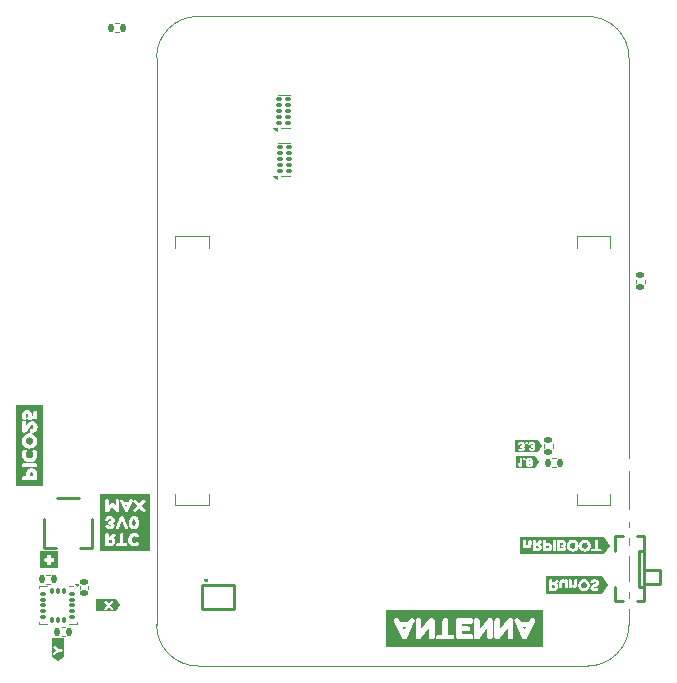
<source format=gbo>
G04 #@! TF.GenerationSoftware,KiCad,Pcbnew,9.0.0*
G04 #@! TF.CreationDate,2025-04-23T15:58:58+02:00*
G04 #@! TF.ProjectId,CM5_MINIMA_3,434d355f-4d49-44e4-994d-415f332e6b69,2*
G04 #@! TF.SameCoordinates,Original*
G04 #@! TF.FileFunction,Legend,Bot*
G04 #@! TF.FilePolarity,Positive*
%FSLAX46Y46*%
G04 Gerber Fmt 4.6, Leading zero omitted, Abs format (unit mm)*
G04 Created by KiCad (PCBNEW 9.0.0) date 2025-04-23 15:58:58*
%MOMM*%
%LPD*%
G01*
G04 APERTURE LIST*
G04 Aperture macros list*
%AMRoundRect*
0 Rectangle with rounded corners*
0 $1 Rounding radius*
0 $2 $3 $4 $5 $6 $7 $8 $9 X,Y pos of 4 corners*
0 Add a 4 corners polygon primitive as box body*
4,1,4,$2,$3,$4,$5,$6,$7,$8,$9,$2,$3,0*
0 Add four circle primitives for the rounded corners*
1,1,$1+$1,$2,$3*
1,1,$1+$1,$4,$5*
1,1,$1+$1,$6,$7*
1,1,$1+$1,$8,$9*
0 Add four rect primitives between the rounded corners*
20,1,$1+$1,$2,$3,$4,$5,0*
20,1,$1+$1,$4,$5,$6,$7,0*
20,1,$1+$1,$6,$7,$8,$9,0*
20,1,$1+$1,$8,$9,$2,$3,0*%
G04 Aperture macros list end*
%ADD10C,0.000000*%
%ADD11C,0.120000*%
%ADD12C,0.250000*%
%ADD13C,1.500000*%
%ADD14C,4.500000*%
%ADD15C,5.400000*%
%ADD16C,2.600000*%
%ADD17C,3.800000*%
%ADD18C,0.800000*%
%ADD19O,1.800000X0.860000*%
%ADD20C,1.150000*%
%ADD21C,1.650000*%
%ADD22C,1.000000*%
%ADD23O,1.500000X3.300000*%
%ADD24O,1.500000X2.300000*%
%ADD25C,1.200000*%
%ADD26C,2.700000*%
%ADD27R,0.700000X0.200000*%
%ADD28RoundRect,0.135000X0.135000X0.185000X-0.135000X0.185000X-0.135000X-0.185000X0.135000X-0.185000X0*%
%ADD29RoundRect,0.075000X0.200000X-0.075000X0.200000X0.075000X-0.200000X0.075000X-0.200000X-0.075000X0*%
%ADD30RoundRect,0.135000X0.185000X-0.135000X0.185000X0.135000X-0.185000X0.135000X-0.185000X-0.135000X0*%
%ADD31RoundRect,0.087500X0.187500X0.087500X-0.187500X0.087500X-0.187500X-0.087500X0.187500X-0.087500X0*%
%ADD32RoundRect,0.087500X0.087500X0.187500X-0.087500X0.187500X-0.087500X-0.187500X0.087500X-0.187500X0*%
%ADD33RoundRect,0.135000X-0.135000X-0.185000X0.135000X-0.185000X0.135000X0.185000X-0.135000X0.185000X0*%
%ADD34R,0.600000X1.550000*%
%ADD35R,1.200000X1.800000*%
%ADD36R,0.250000X0.680000*%
%ADD37C,0.900000*%
%ADD38R,0.700000X0.600000*%
%ADD39R,0.700000X0.900000*%
%ADD40RoundRect,0.140000X0.170000X-0.140000X0.170000X0.140000X-0.170000X0.140000X-0.170000X-0.140000X0*%
%ADD41C,3.000000*%
G04 APERTURE END LIST*
D10*
G36*
X122539763Y-63878040D02*
G01*
X122540908Y-63879185D01*
X122536330Y-63882618D01*
X122534041Y-63882618D01*
X122539763Y-63878040D01*
G37*
G36*
X122120879Y-63873462D02*
G01*
X122116301Y-63878040D01*
X122125457Y-63886052D01*
X122124313Y-63886052D01*
X122115157Y-63879185D01*
X122116301Y-63878040D01*
X122115157Y-63876896D01*
X122120879Y-63872318D01*
X122120879Y-63873462D01*
G37*
G36*
X122389835Y-63653147D02*
G01*
X122411580Y-63705222D01*
X122389262Y-63756152D01*
X122326888Y-63773891D01*
X122265085Y-63755579D01*
X122243340Y-63705222D01*
X122266230Y-63653147D01*
X122329177Y-63634263D01*
X122389835Y-63653147D01*
G37*
G36*
X122373812Y-63979328D02*
G01*
X122388690Y-64015379D01*
X122372667Y-64050858D01*
X122328032Y-64063448D01*
X122283397Y-64051431D01*
X122268519Y-64015379D01*
X122284541Y-63979900D01*
X122329177Y-63967310D01*
X122373812Y-63979328D01*
G37*
G36*
X121628747Y-63338603D02*
G01*
X121891981Y-63338603D01*
X122330321Y-63338603D01*
X122621022Y-63338603D01*
X122811771Y-63338603D01*
X123152702Y-63850000D01*
X122811771Y-64361397D01*
X122621022Y-64361397D01*
X121338046Y-64361397D01*
X121147298Y-64361397D01*
X121147298Y-64009657D01*
X121340335Y-64009657D01*
X121353497Y-64046280D01*
X121388404Y-64085193D01*
X121533755Y-64215665D01*
X121552066Y-64230544D01*
X121629892Y-64250000D01*
X121710006Y-64226538D01*
X121732896Y-64144707D01*
X121732896Y-63709800D01*
X122033898Y-63709800D01*
X122042926Y-63770076D01*
X122070013Y-63825775D01*
X122115157Y-63876896D01*
X122114012Y-63878040D01*
X122115157Y-63879185D01*
X122071380Y-63940415D01*
X122056787Y-64014235D01*
X122065689Y-64080869D01*
X122092394Y-64140383D01*
X122136902Y-64192775D01*
X122193999Y-64233468D01*
X122258472Y-64257884D01*
X122330321Y-64266023D01*
X122401280Y-64257757D01*
X122464608Y-64232960D01*
X122520307Y-64191631D01*
X122563543Y-64138348D01*
X122589485Y-64077690D01*
X122598132Y-64009657D01*
X122583826Y-63944421D01*
X122540908Y-63879185D01*
X122542052Y-63878040D01*
X122540908Y-63876896D01*
X122585416Y-63824249D01*
X122612120Y-63768550D01*
X122621022Y-63709800D01*
X122610976Y-63632674D01*
X122580838Y-63566102D01*
X122530607Y-63510086D01*
X122468169Y-63467803D01*
X122401407Y-63442434D01*
X122330321Y-63433977D01*
X122250906Y-63442752D01*
X122180520Y-63469075D01*
X122119162Y-63512947D01*
X122071793Y-63569917D01*
X122043371Y-63635535D01*
X122033898Y-63709800D01*
X121732896Y-63709800D01*
X121732896Y-63555293D01*
X121782109Y-63555293D01*
X121788261Y-63608655D01*
X121806716Y-63642847D01*
X121840622Y-63661302D01*
X121893125Y-63667454D01*
X121977818Y-63642847D01*
X121995843Y-63608941D01*
X122001852Y-63556438D01*
X121977245Y-63471745D01*
X121891981Y-63447711D01*
X121806716Y-63471745D01*
X121782109Y-63555293D01*
X121732896Y-63555293D01*
X121732896Y-63549571D01*
X121710006Y-63469456D01*
X121628747Y-63446567D01*
X121548633Y-63469456D01*
X121525743Y-63550715D01*
X121525743Y-63937554D01*
X121514298Y-63927253D01*
X121443912Y-63894063D01*
X121375815Y-63934120D01*
X121340335Y-64009657D01*
X121147298Y-64009657D01*
X121147298Y-63338603D01*
X121338046Y-63338603D01*
X121628747Y-63338603D01*
G37*
D11*
X90750000Y-29600000D02*
X90750000Y-77600000D01*
X94250000Y-81100000D02*
X127250000Y-81100000D01*
X126310000Y-44700000D02*
X129110000Y-44700000D01*
X126310000Y-45700000D02*
X126310000Y-44700000D01*
X126310000Y-66500000D02*
X126310000Y-67500000D01*
X126310000Y-67500000D02*
X129110000Y-67500000D01*
X127250000Y-26100000D02*
X94250000Y-26100000D01*
X129110000Y-45700000D02*
X129110000Y-44700000D01*
X129110000Y-66500000D02*
X129110000Y-67500000D01*
X130750000Y-77600000D02*
X130750000Y-29600000D01*
X90750000Y-29600000D02*
G75*
G02*
X94250000Y-26100000I3500000J0D01*
G01*
X94250000Y-81100000D02*
G75*
G02*
X90750000Y-77600000I0J3500000D01*
G01*
X127250000Y-26100000D02*
G75*
G02*
X130750000Y-29600000I1J-3499999D01*
G01*
X130750000Y-77600000D02*
G75*
G02*
X127250000Y-81100000I-3499999J-1D01*
G01*
X124543641Y-63500000D02*
X124236359Y-63500000D01*
X124543641Y-64260000D02*
X124236359Y-64260000D01*
X83023641Y-77810000D02*
X82716359Y-77810000D01*
X83023641Y-78570000D02*
X82716359Y-78570000D01*
X102050000Y-36787980D02*
X101050000Y-36787980D01*
X102050000Y-39607980D02*
X101260000Y-39607980D01*
X100930000Y-39887980D02*
X100650000Y-39607980D01*
X100930000Y-39607980D01*
X100930000Y-39887980D01*
G36*
X100930000Y-39887980D02*
G01*
X100650000Y-39607980D01*
X100930000Y-39607980D01*
X100930000Y-39887980D01*
G37*
D10*
G36*
X81650000Y-71361350D02*
G01*
X82079614Y-71361350D01*
X82389580Y-71361350D01*
X82389580Y-72838650D01*
X82079614Y-72838650D01*
X81220386Y-72838650D01*
X80910420Y-72838650D01*
X80910420Y-72100930D01*
X81220386Y-72100930D01*
X81232475Y-72190200D01*
X81271531Y-72236695D01*
X81318956Y-72252504D01*
X81376609Y-72255293D01*
X81497496Y-72255293D01*
X81497496Y-72378040D01*
X81500286Y-72434764D01*
X81516094Y-72480329D01*
X81562589Y-72517525D01*
X81651860Y-72528684D01*
X81739270Y-72516595D01*
X81785765Y-72478469D01*
X81801574Y-72432904D01*
X81804363Y-72376180D01*
X81804363Y-72255293D01*
X81927110Y-72255293D01*
X81983834Y-72252504D01*
X82029399Y-72236695D01*
X82067525Y-72189270D01*
X82079614Y-72099070D01*
X82068455Y-72011660D01*
X82032189Y-71965165D01*
X81989413Y-71949356D01*
X81936409Y-71946567D01*
X81804363Y-71946567D01*
X81804363Y-71823820D01*
X81801574Y-71767096D01*
X81785765Y-71721531D01*
X81739270Y-71683405D01*
X81650000Y-71671316D01*
X81562589Y-71683405D01*
X81516094Y-71722461D01*
X81500286Y-71768956D01*
X81497496Y-71825680D01*
X81497496Y-71946567D01*
X81363591Y-71946567D01*
X81310587Y-71949356D01*
X81267811Y-71965165D01*
X81231545Y-72011660D01*
X81220386Y-72100930D01*
X80910420Y-72100930D01*
X80910420Y-71361350D01*
X81220386Y-71361350D01*
X81650000Y-71361350D01*
G37*
D11*
X123550000Y-62623641D02*
X123550000Y-62316359D01*
X124310000Y-62623641D02*
X124310000Y-62316359D01*
X80775000Y-74360000D02*
X80775000Y-74535000D01*
X80775000Y-77580000D02*
X80775000Y-77405000D01*
X81450000Y-74360000D02*
X80775000Y-74360000D01*
X81450000Y-77580000D02*
X80775000Y-77580000D01*
X83320000Y-74360000D02*
X83695000Y-74360000D01*
X83320000Y-77580000D02*
X83995000Y-77580000D01*
X83995000Y-77580000D02*
X83995000Y-77405000D01*
X83995000Y-74360000D02*
X83855000Y-74170000D01*
X84135000Y-74170000D01*
X83995000Y-74360000D01*
G36*
X83995000Y-74360000D02*
G01*
X83855000Y-74170000D01*
X84135000Y-74170000D01*
X83995000Y-74360000D01*
G37*
X87271359Y-26670000D02*
X87578641Y-26670000D01*
X87271359Y-27430000D02*
X87578641Y-27430000D01*
D12*
X81250000Y-69290000D02*
X81250000Y-68690000D01*
X81250000Y-69290000D02*
X81250000Y-71140000D01*
X81250000Y-71140000D02*
X82220000Y-71140000D01*
X82290000Y-66840000D02*
X84220000Y-66840000D01*
X84290000Y-71140000D02*
X85250000Y-71140000D01*
X85250000Y-71140000D02*
X85250000Y-68690000D01*
D10*
G36*
X111723482Y-78065836D02*
G01*
X111602452Y-77816051D01*
X111844512Y-77816051D01*
X111723482Y-78065836D01*
G37*
G36*
X121931208Y-78065836D02*
G01*
X121810178Y-77816051D01*
X122052238Y-77816051D01*
X121931208Y-78065836D01*
G37*
G36*
X112287431Y-76355965D02*
G01*
X112944083Y-76355965D01*
X115187002Y-76355965D01*
X116345800Y-76355965D01*
X117870263Y-76355965D01*
X119595585Y-76355965D01*
X122495156Y-76355965D01*
X122853096Y-76355965D01*
X123496873Y-76355965D01*
X123496873Y-79489871D01*
X122853096Y-79489871D01*
X110806744Y-79489871D01*
X110162967Y-79489871D01*
X110162967Y-77186437D01*
X110829920Y-77186437D01*
X110863396Y-77367982D01*
X111509748Y-78707038D01*
X111599877Y-78806180D01*
X111726057Y-78843519D01*
X111851594Y-78808755D01*
X111939791Y-78704463D01*
X112586143Y-77367982D01*
X112603280Y-77277854D01*
X112712323Y-77277854D01*
X112712323Y-78614334D01*
X112717474Y-78700600D01*
X112743225Y-78768841D01*
X112814040Y-78824206D01*
X112949233Y-78840944D01*
X113066401Y-78825493D01*
X113132066Y-78793304D01*
X113178418Y-78740515D01*
X113822195Y-77875279D01*
X113822195Y-78614334D01*
X113827345Y-78699313D01*
X113853096Y-78767553D01*
X113925199Y-78822918D01*
X114059105Y-78840944D01*
X114193010Y-78822918D01*
X114265113Y-78763691D01*
X114289577Y-78692875D01*
X114291424Y-78650386D01*
X114404169Y-78650386D01*
X114419620Y-78762403D01*
X114469834Y-78821630D01*
X114529062Y-78842231D01*
X114602452Y-78846094D01*
X115779276Y-78846094D01*
X115852667Y-78842231D01*
X115910607Y-78821630D01*
X115959534Y-78761115D01*
X115974984Y-78647811D01*
X115959534Y-78534506D01*
X115909319Y-78473991D01*
X115850092Y-78453390D01*
X115776701Y-78449527D01*
X115421336Y-78449527D01*
X115421336Y-77277854D01*
X116111465Y-77277854D01*
X116111465Y-78609184D01*
X116164255Y-78793304D01*
X116353525Y-78843519D01*
X117296014Y-78843519D01*
X117384856Y-78839656D01*
X117454384Y-78815193D01*
X117512323Y-78743090D01*
X117530349Y-78606609D01*
X117512323Y-78472703D01*
X117453096Y-78400600D01*
X117382281Y-78376137D01*
X117293439Y-78372274D01*
X116582710Y-78372274D01*
X116582710Y-78143090D01*
X117059105Y-78143090D01*
X117142796Y-78139227D01*
X117204598Y-78118626D01*
X117253525Y-78056824D01*
X117267688Y-77939656D01*
X117253525Y-77825064D01*
X117203311Y-77765836D01*
X117138933Y-77745236D01*
X117053954Y-77741373D01*
X116582710Y-77741373D01*
X116582710Y-77512188D01*
X117296014Y-77512188D01*
X117384856Y-77508326D01*
X117454384Y-77483862D01*
X117512323Y-77411759D01*
X117530009Y-77277854D01*
X117638504Y-77277854D01*
X117638504Y-78614334D01*
X117643654Y-78700600D01*
X117669405Y-78768841D01*
X117740220Y-78824206D01*
X117875414Y-78840944D01*
X117992581Y-78825493D01*
X118058246Y-78793304D01*
X118104598Y-78740515D01*
X118748375Y-77875279D01*
X118748375Y-78614334D01*
X118753525Y-78699313D01*
X118779276Y-78767553D01*
X118851379Y-78822918D01*
X118985285Y-78840944D01*
X119119190Y-78822918D01*
X119191293Y-78763691D01*
X119215757Y-78692875D01*
X119219620Y-78604034D01*
X119219620Y-77277854D01*
X119363826Y-77277854D01*
X119363826Y-78614334D01*
X119368976Y-78700600D01*
X119394727Y-78768841D01*
X119465542Y-78824206D01*
X119600735Y-78840944D01*
X119717903Y-78825493D01*
X119783568Y-78793304D01*
X119829920Y-78740515D01*
X120473697Y-77875279D01*
X120473697Y-78614334D01*
X120478847Y-78699313D01*
X120504598Y-78767553D01*
X120576701Y-78822918D01*
X120710607Y-78840944D01*
X120844512Y-78822918D01*
X120916615Y-78763691D01*
X120941079Y-78692875D01*
X120944941Y-78604034D01*
X120944941Y-77275279D01*
X120941079Y-77186437D01*
X121037645Y-77186437D01*
X121071122Y-77367982D01*
X121717474Y-78707038D01*
X121807602Y-78806180D01*
X121933783Y-78843519D01*
X122059319Y-78808755D01*
X122147517Y-78704463D01*
X122793868Y-77367982D01*
X122828632Y-77185150D01*
X122685714Y-77058970D01*
X122495156Y-77021630D01*
X122368976Y-77169699D01*
X122250521Y-77414334D01*
X121617044Y-77414334D01*
X121498590Y-77167124D01*
X121369834Y-77024206D01*
X121181851Y-77061545D01*
X121037645Y-77186437D01*
X120941079Y-77186437D01*
X120916615Y-77116909D01*
X120844512Y-77058970D01*
X120708032Y-77040944D01*
X120575414Y-77055107D01*
X120499448Y-77110472D01*
X119832495Y-77991158D01*
X119832495Y-77275279D01*
X119828632Y-77186437D01*
X119804169Y-77116909D01*
X119732066Y-77058970D01*
X119595585Y-77040944D01*
X119462967Y-77058970D01*
X119393439Y-77116909D01*
X119368976Y-77187725D01*
X119363826Y-77277854D01*
X119219620Y-77277854D01*
X119219620Y-77275279D01*
X119215757Y-77186437D01*
X119191293Y-77116909D01*
X119119190Y-77058970D01*
X118982710Y-77040944D01*
X118850092Y-77055107D01*
X118774126Y-77110472D01*
X118107173Y-77991158D01*
X118107173Y-77275279D01*
X118103311Y-77186437D01*
X118078847Y-77116909D01*
X118006744Y-77058970D01*
X117870263Y-77040944D01*
X117737645Y-77058970D01*
X117668117Y-77116909D01*
X117643654Y-77187725D01*
X117638504Y-77277854D01*
X117530009Y-77277854D01*
X117530349Y-77275279D01*
X117512323Y-77141373D01*
X117453096Y-77069270D01*
X117382281Y-77044806D01*
X117293439Y-77040944D01*
X116345800Y-77040944D01*
X116211894Y-77058970D01*
X116139791Y-77118197D01*
X116115328Y-77189012D01*
X116111465Y-77277854D01*
X115421336Y-77277854D01*
X115421336Y-77270128D01*
X115417474Y-77183862D01*
X115393010Y-77115622D01*
X115320907Y-77058970D01*
X115187002Y-77040944D01*
X115054384Y-77058970D01*
X114984856Y-77116909D01*
X114961680Y-77186437D01*
X114957817Y-77272703D01*
X114957817Y-78449527D01*
X114599877Y-78449527D01*
X114526487Y-78453390D01*
X114468547Y-78473991D01*
X114419620Y-78534506D01*
X114404169Y-78650386D01*
X114291424Y-78650386D01*
X114293439Y-78604034D01*
X114293439Y-77275279D01*
X114289577Y-77186437D01*
X114265113Y-77116909D01*
X114193010Y-77058970D01*
X114056529Y-77040944D01*
X113923911Y-77055107D01*
X113847946Y-77110472D01*
X113180993Y-77991158D01*
X113180993Y-77275279D01*
X113177130Y-77186437D01*
X113152667Y-77116909D01*
X113080564Y-77058970D01*
X112944083Y-77040944D01*
X112811465Y-77058970D01*
X112741937Y-77116909D01*
X112717474Y-77187725D01*
X112712323Y-77277854D01*
X112603280Y-77277854D01*
X112620907Y-77185150D01*
X112477989Y-77058970D01*
X112287431Y-77021630D01*
X112161250Y-77169699D01*
X112042796Y-77414334D01*
X111409319Y-77414334D01*
X111290864Y-77167124D01*
X111162109Y-77024206D01*
X110974126Y-77061545D01*
X110829920Y-77186437D01*
X110162967Y-77186437D01*
X110162967Y-76355965D01*
X110806744Y-76355965D01*
X112287431Y-76355965D01*
G37*
D12*
X94610000Y-74220000D02*
X94610000Y-76260000D01*
X97330000Y-74220000D02*
X94610000Y-74220000D01*
X97330000Y-74220000D02*
X97330000Y-76260000D01*
X97330000Y-76260000D02*
X94610000Y-76260000D01*
X95010000Y-73840000D02*
G75*
G02*
X94890000Y-73840000I-60000J0D01*
G01*
X94890000Y-73840000D02*
G75*
G02*
X95010000Y-73840000I60000J0D01*
G01*
D10*
G36*
X121629558Y-61991464D02*
G01*
X122080488Y-61991464D01*
X122527984Y-61991464D01*
X122836997Y-61991464D01*
X123027746Y-61991464D01*
X123366770Y-62500000D01*
X123027746Y-63008536D01*
X122836997Y-63008536D01*
X121323979Y-63008536D01*
X121133230Y-63008536D01*
X121133230Y-62343205D01*
X121323979Y-62343205D01*
X121352591Y-62397282D01*
X121438428Y-62415308D01*
X121501375Y-62402718D01*
X121534565Y-62348927D01*
X121536854Y-62342632D01*
X121545438Y-62328898D01*
X121562605Y-62311731D01*
X121590073Y-62297997D01*
X121630703Y-62291702D01*
X121702233Y-62309442D01*
X121729129Y-62356938D01*
X121707097Y-62406724D01*
X121641003Y-62423319D01*
X121609529Y-62423319D01*
X121583206Y-62428469D01*
X121557455Y-62442775D01*
X121543721Y-62472532D01*
X121536854Y-62522890D01*
X121544293Y-62580114D01*
X121568328Y-62609871D01*
X121597512Y-62619599D01*
X121634136Y-62621316D01*
X121642148Y-62621316D01*
X121695366Y-62628755D01*
X121711962Y-62657940D01*
X121693077Y-62697425D01*
X121641003Y-62711731D01*
X121591790Y-62700286D01*
X121558600Y-62665951D01*
X121523756Y-62618773D01*
X121475687Y-62605420D01*
X121414394Y-62625894D01*
X121357741Y-62688841D01*
X121374336Y-62767811D01*
X121376053Y-62771817D01*
X121382348Y-62784406D01*
X121393793Y-62803290D01*
X121412105Y-62826180D01*
X121437283Y-62850787D01*
X121471046Y-62874249D01*
X121513392Y-62894278D01*
X121566039Y-62908011D01*
X121629558Y-62913162D01*
X121712788Y-62904514D01*
X121783937Y-62878573D01*
X121843006Y-62835336D01*
X121887196Y-62781545D01*
X121913710Y-62723939D01*
X121922548Y-62662518D01*
X121902806Y-62578684D01*
X121843578Y-62521745D01*
X121907670Y-62459943D01*
X121930846Y-62414163D01*
X121938571Y-62359227D01*
X121936467Y-62343205D01*
X122222405Y-62343205D01*
X122251017Y-62397282D01*
X122336854Y-62415308D01*
X122399801Y-62402718D01*
X122432992Y-62348927D01*
X122435281Y-62342632D01*
X122443864Y-62328898D01*
X122461032Y-62311731D01*
X122488499Y-62297997D01*
X122529129Y-62291702D01*
X122600660Y-62309442D01*
X122627555Y-62356938D01*
X122605524Y-62406724D01*
X122539429Y-62423319D01*
X122507956Y-62423319D01*
X122481632Y-62428469D01*
X122455881Y-62442775D01*
X122442148Y-62472532D01*
X122435281Y-62522890D01*
X122442720Y-62580114D01*
X122466754Y-62609871D01*
X122495939Y-62619599D01*
X122532562Y-62621316D01*
X122540574Y-62621316D01*
X122593793Y-62628755D01*
X122610388Y-62657940D01*
X122591504Y-62697425D01*
X122539429Y-62711731D01*
X122490216Y-62700286D01*
X122457026Y-62665951D01*
X122422182Y-62618773D01*
X122374114Y-62605420D01*
X122312820Y-62625894D01*
X122256168Y-62688841D01*
X122272763Y-62767811D01*
X122274479Y-62771817D01*
X122280774Y-62784406D01*
X122292219Y-62803290D01*
X122310531Y-62826180D01*
X122335710Y-62850787D01*
X122369472Y-62874249D01*
X122411818Y-62894278D01*
X122464465Y-62908011D01*
X122527984Y-62913162D01*
X122611214Y-62904514D01*
X122682364Y-62878573D01*
X122741432Y-62835336D01*
X122785622Y-62781545D01*
X122812136Y-62723939D01*
X122820974Y-62662518D01*
X122801232Y-62578684D01*
X122742004Y-62521745D01*
X122806096Y-62459943D01*
X122829272Y-62414163D01*
X122836997Y-62359227D01*
X122827269Y-62285153D01*
X122798085Y-62220108D01*
X122749444Y-62164092D01*
X122685924Y-62121173D01*
X122612105Y-62095422D01*
X122527984Y-62086838D01*
X122449777Y-62095422D01*
X122378437Y-62121173D01*
X122313964Y-62164092D01*
X122263098Y-62218328D01*
X122232578Y-62278032D01*
X122222405Y-62343205D01*
X121936467Y-62343205D01*
X121928843Y-62285153D01*
X121899658Y-62220108D01*
X121888284Y-62207010D01*
X121970617Y-62207010D01*
X121976768Y-62260372D01*
X121995223Y-62294564D01*
X122029129Y-62313019D01*
X122081632Y-62319170D01*
X122166325Y-62294564D01*
X122184351Y-62260658D01*
X122190359Y-62208155D01*
X122165753Y-62123462D01*
X122080488Y-62099428D01*
X121995223Y-62123462D01*
X121970617Y-62207010D01*
X121888284Y-62207010D01*
X121851017Y-62164092D01*
X121787498Y-62121173D01*
X121713678Y-62095422D01*
X121629558Y-62086838D01*
X121551351Y-62095422D01*
X121480011Y-62121173D01*
X121415538Y-62164092D01*
X121364672Y-62218328D01*
X121334152Y-62278032D01*
X121323979Y-62343205D01*
X121133230Y-62343205D01*
X121133230Y-61991464D01*
X121323979Y-61991464D01*
X121629558Y-61991464D01*
G37*
G36*
X82885675Y-80134398D02*
G01*
X82885675Y-80325147D01*
X82380000Y-80662264D01*
X81874325Y-80325147D01*
X81874325Y-80134398D01*
X81874325Y-79552996D01*
X81976567Y-79552996D01*
X82032647Y-79614799D01*
X82277568Y-79767016D01*
X82032647Y-79926101D01*
X81976567Y-79989620D01*
X82004034Y-80073740D01*
X82069843Y-80128676D01*
X82144807Y-80103497D01*
X82485866Y-79875743D01*
X82686152Y-79875743D01*
X82725637Y-79874026D01*
X82756538Y-79863154D01*
X82782289Y-79831108D01*
X82790300Y-79770450D01*
X82782289Y-79709792D01*
X82755966Y-79677746D01*
X82723920Y-79666873D01*
X82683863Y-79665157D01*
X82485866Y-79665157D01*
X82144807Y-79437403D01*
X82068126Y-79412224D01*
X82004034Y-79468304D01*
X81980000Y-79516373D01*
X81976567Y-79552996D01*
X81874325Y-79552996D01*
X81874325Y-79405357D01*
X81874325Y-78737736D01*
X82885675Y-78737736D01*
X82885675Y-79405357D01*
X82885675Y-79770450D01*
X82885675Y-80134398D01*
G37*
G36*
X124474622Y-74305794D02*
G01*
X124507527Y-74384478D01*
X124476768Y-74458870D01*
X124403092Y-74488913D01*
X124248585Y-74488913D01*
X124248585Y-74280043D01*
X124405953Y-74280043D01*
X124474622Y-74305794D01*
G37*
G36*
X127029165Y-74013412D02*
G01*
X127104808Y-74067597D01*
X127155774Y-74148605D01*
X127172763Y-74247139D01*
X127155595Y-74344957D01*
X127104093Y-74426681D01*
X127028628Y-74481938D01*
X126939572Y-74500358D01*
X126849444Y-74481938D01*
X126773621Y-74426681D01*
X126722119Y-74344957D01*
X126704952Y-74247139D01*
X126722298Y-74151288D01*
X126774336Y-74069742D01*
X126849980Y-74013948D01*
X126938142Y-73995351D01*
X127029165Y-74013412D01*
G37*
G36*
X124614823Y-73495112D02*
G01*
X125440288Y-73495112D01*
X126252877Y-73495112D01*
X126945295Y-73495112D01*
X127842291Y-73495112D01*
X128209959Y-73495112D01*
X128448395Y-73495112D01*
X128951653Y-74250000D01*
X128448395Y-75004888D01*
X128209959Y-75004888D01*
X123986783Y-75004888D01*
X123748347Y-75004888D01*
X123748347Y-73882332D01*
X123986783Y-73882332D01*
X123986783Y-74620529D01*
X123988929Y-74668455D01*
X124002519Y-74707797D01*
X124042577Y-74740701D01*
X124118399Y-74750715D01*
X124405953Y-74750715D01*
X124464072Y-74744993D01*
X124523979Y-74727825D01*
X124583707Y-74699928D01*
X124641289Y-74662017D01*
X124692612Y-74611409D01*
X124733564Y-74545422D01*
X124760388Y-74467990D01*
X124769329Y-74383047D01*
X124755341Y-74275910D01*
X124713376Y-74183397D01*
X124651143Y-74114092D01*
X124843721Y-74114092D01*
X124843721Y-74347282D01*
X124845867Y-74396638D01*
X124859458Y-74435265D01*
X124899515Y-74467454D01*
X124973907Y-74477468D01*
X125048299Y-74467454D01*
X125088356Y-74434549D01*
X125101947Y-74395207D01*
X125104093Y-74345851D01*
X125104093Y-74114092D01*
X125131275Y-74038269D01*
X125207097Y-74011087D01*
X125282205Y-74038984D01*
X125310102Y-74114092D01*
X125310102Y-74348712D01*
X125312248Y-74396638D01*
X125325838Y-74435265D01*
X125365180Y-74467454D01*
X125440288Y-74477468D01*
X125514680Y-74467454D01*
X125554737Y-74434549D01*
X125568328Y-74395207D01*
X125570474Y-74347282D01*
X125570474Y-73880901D01*
X125656311Y-73880901D01*
X125656311Y-74351574D01*
X125659172Y-74398784D01*
X125672763Y-74435980D01*
X125712105Y-74466738D01*
X125786497Y-74476037D01*
X125853735Y-74467454D01*
X125892362Y-74443848D01*
X125908099Y-74416667D01*
X125912391Y-74387339D01*
X125988929Y-74448856D01*
X126092648Y-74476037D01*
X126178167Y-74464751D01*
X126249698Y-74430893D01*
X126307241Y-74374464D01*
X126349364Y-74300389D01*
X126366537Y-74241416D01*
X126443149Y-74241416D01*
X126452090Y-74346030D01*
X126478914Y-74442418D01*
X126523621Y-74530579D01*
X126586210Y-74610515D01*
X126661586Y-74676860D01*
X126744651Y-74724249D01*
X126835406Y-74752682D01*
X126933850Y-74762160D01*
X127034351Y-74752817D01*
X127126983Y-74724785D01*
X127211747Y-74678067D01*
X127288643Y-74612661D01*
X127352484Y-74533754D01*
X127398085Y-74446531D01*
X127425445Y-74350992D01*
X127434565Y-74247139D01*
X127425579Y-74145073D01*
X127398621Y-74050608D01*
X127364120Y-73983906D01*
X127476053Y-73983906D01*
X127536139Y-74075465D01*
X127595589Y-74108528D01*
X127657582Y-74098991D01*
X127722119Y-74046853D01*
X127780059Y-73994635D01*
X127836568Y-73981044D01*
X127920974Y-74001788D01*
X127946725Y-74068312D01*
X127909529Y-74112661D01*
X127797226Y-74146280D01*
X127729093Y-74164700D01*
X127674909Y-74184192D01*
X127594794Y-74229971D01*
X127537570Y-74291488D01*
X127503235Y-74368741D01*
X127491790Y-74461731D01*
X127502440Y-74544468D01*
X127534390Y-74617191D01*
X127587641Y-74679900D01*
X127657105Y-74727984D01*
X127737697Y-74756835D01*
X127829415Y-74766452D01*
X127937347Y-74756915D01*
X128028430Y-74728302D01*
X128102663Y-74680615D01*
X128154165Y-74606938D01*
X128119830Y-74518956D01*
X128035424Y-74449571D01*
X127939572Y-74476037D01*
X127923120Y-74489628D01*
X127903092Y-74506080D01*
X127875195Y-74516810D01*
X127827984Y-74521817D01*
X127775052Y-74503934D01*
X127752162Y-74460300D01*
X127777198Y-74413805D01*
X127833707Y-74388770D01*
X127920974Y-74370887D01*
X128012534Y-74348712D01*
X128093542Y-74311516D01*
X128156311Y-74257153D01*
X128196547Y-74179542D01*
X128209959Y-74072604D01*
X128203879Y-74004292D01*
X128185638Y-73942418D01*
X128123406Y-73845851D01*
X128035424Y-73782189D01*
X127937426Y-73745708D01*
X127842291Y-73734979D01*
X127762176Y-73741416D01*
X127694937Y-73757153D01*
X127639859Y-73780758D01*
X127595509Y-73807940D01*
X127561175Y-73835837D01*
X127536139Y-73860873D01*
X127520402Y-73880901D01*
X127511818Y-73890916D01*
X127476053Y-73983906D01*
X127364120Y-73983906D01*
X127353691Y-73963743D01*
X127290788Y-73884478D01*
X127215279Y-73818446D01*
X127132527Y-73771280D01*
X127042532Y-73742981D01*
X126945295Y-73733548D01*
X126845331Y-73742847D01*
X126752877Y-73770744D01*
X126667934Y-73817239D01*
X126590502Y-73882332D01*
X126526035Y-73960569D01*
X126479987Y-74046495D01*
X126452359Y-74140111D01*
X126443149Y-74241416D01*
X126366537Y-74241416D01*
X126374638Y-74213599D01*
X126383063Y-74114092D01*
X126383063Y-73879471D01*
X126380917Y-73831545D01*
X126367326Y-73792918D01*
X126327984Y-73760730D01*
X126252877Y-73750715D01*
X126177055Y-73760730D01*
X126136997Y-73793634D01*
X126123406Y-73832976D01*
X126121261Y-73880901D01*
X126121261Y-74114092D01*
X126094794Y-74189914D01*
X126019687Y-74217096D01*
X125943864Y-74189199D01*
X125915252Y-74114092D01*
X125915252Y-73879471D01*
X125913106Y-73831545D01*
X125899515Y-73792918D01*
X125859458Y-73760730D01*
X125785066Y-73750715D01*
X125711389Y-73760730D01*
X125672047Y-73792918D01*
X125658457Y-73831545D01*
X125656311Y-73880901D01*
X125570474Y-73880901D01*
X125570474Y-73876609D01*
X125569758Y-73838698D01*
X125561890Y-73805794D01*
X125541861Y-73776466D01*
X125503235Y-73758584D01*
X125440288Y-73750715D01*
X125354808Y-73767525D01*
X125315824Y-73817954D01*
X125246082Y-73768598D01*
X125168471Y-73752146D01*
X125081044Y-73763750D01*
X125003791Y-73798561D01*
X124936711Y-73856581D01*
X124885050Y-73931609D01*
X124854053Y-74017446D01*
X124843721Y-74114092D01*
X124651143Y-74114092D01*
X124643435Y-74105508D01*
X124746439Y-73968169D01*
X124785066Y-73869456D01*
X124716396Y-73785050D01*
X124614823Y-73745708D01*
X124534708Y-73812232D01*
X124381632Y-74019671D01*
X124248585Y-74019671D01*
X124248585Y-73880901D01*
X124246439Y-73831545D01*
X124232849Y-73792918D01*
X124192791Y-73760730D01*
X124116969Y-73750715D01*
X124042577Y-73760730D01*
X124002519Y-73793634D01*
X123988929Y-73832976D01*
X123986783Y-73882332D01*
X123748347Y-73882332D01*
X123748347Y-73495112D01*
X123986783Y-73495112D01*
X124614823Y-73495112D01*
G37*
D12*
X129560000Y-70130000D02*
X130230000Y-70130000D01*
X129560000Y-71350000D02*
X129560000Y-70130000D01*
X129560000Y-75630000D02*
X129560000Y-74410000D01*
X130230000Y-75630000D02*
X129560000Y-75630000D01*
X131390000Y-70130000D02*
X132060000Y-70130000D01*
X131560000Y-71380000D02*
X132060000Y-71380000D01*
X131560000Y-74380000D02*
X131560000Y-71380000D01*
X132060000Y-71380000D02*
X132060000Y-71830000D01*
X132060000Y-74130000D02*
X133360000Y-74130000D01*
X132060000Y-74380000D02*
X131560000Y-74380000D01*
X132060000Y-75630000D02*
X131390000Y-75630000D01*
X132060000Y-75630000D02*
X132060000Y-70130000D01*
X133360000Y-72930000D02*
X132060000Y-72930000D01*
X133360000Y-74130000D02*
X133360000Y-72930000D01*
D10*
G36*
X80274320Y-64734979D02*
G01*
X80313376Y-64832618D01*
X80313376Y-65031617D01*
X80041845Y-65031617D01*
X80041845Y-64830758D01*
X80075322Y-64738698D01*
X80177611Y-64694993D01*
X80274320Y-64734979D01*
G37*
G36*
X80126234Y-61760229D02*
G01*
X80232475Y-61827182D01*
X80304310Y-61925286D01*
X80328255Y-62041059D01*
X80304310Y-62158226D01*
X80232475Y-62256795D01*
X80126234Y-62323748D01*
X79999070Y-62346066D01*
X79874464Y-62323516D01*
X79768455Y-62255866D01*
X79695923Y-62157529D01*
X79671745Y-62042918D01*
X79695225Y-61924589D01*
X79765665Y-61826252D01*
X79870976Y-61759996D01*
X79999070Y-61737911D01*
X80126234Y-61760229D01*
G37*
G36*
X81137268Y-59428040D02*
G01*
X81137268Y-65371960D01*
X81137268Y-65836910D01*
X78862732Y-65836910D01*
X78862732Y-65371960D01*
X78862732Y-65202718D01*
X79353720Y-65202718D01*
X79366738Y-65299428D01*
X79409514Y-65351502D01*
X79460658Y-65369170D01*
X79524821Y-65371960D01*
X80484478Y-65371960D01*
X80546781Y-65369170D01*
X80597926Y-65351502D01*
X80640701Y-65299428D01*
X80653720Y-65200858D01*
X80653720Y-64830758D01*
X80646280Y-64754971D01*
X80623963Y-64676395D01*
X80587697Y-64598283D01*
X80538412Y-64523891D01*
X80472622Y-64457636D01*
X80386838Y-64403934D01*
X80286177Y-64368366D01*
X80175751Y-64356509D01*
X80065790Y-64368133D01*
X79966524Y-64403004D01*
X79882135Y-64456241D01*
X79816810Y-64522961D01*
X79767525Y-64598283D01*
X79731259Y-64677325D01*
X79708941Y-64756599D01*
X79701502Y-64832618D01*
X79701502Y-65031617D01*
X79522961Y-65031617D01*
X79458798Y-65034406D01*
X79408584Y-65052074D01*
X79366738Y-65104149D01*
X79353720Y-65202718D01*
X78862732Y-65202718D01*
X78862732Y-64109156D01*
X79351860Y-64109156D01*
X79364878Y-64205866D01*
X79407654Y-64257940D01*
X79458798Y-64275608D01*
X79522961Y-64278398D01*
X80484478Y-64278398D01*
X80546781Y-64275608D01*
X80597926Y-64257940D01*
X80640701Y-64205866D01*
X80653720Y-64107296D01*
X80640701Y-64010587D01*
X80597926Y-63958512D01*
X80546781Y-63940844D01*
X80482618Y-63938054D01*
X79521102Y-63938054D01*
X79456938Y-63940844D01*
X79406724Y-63958512D01*
X79364878Y-64010587D01*
X79351860Y-64109156D01*
X78862732Y-64109156D01*
X78862732Y-63186695D01*
X79333262Y-63186695D01*
X79338841Y-63265504D01*
X79355579Y-63349428D01*
X79385569Y-63437303D01*
X79430901Y-63527969D01*
X79489485Y-63615147D01*
X79559227Y-63692561D01*
X79645011Y-63758816D01*
X79751717Y-63812518D01*
X79874928Y-63848087D01*
X80010229Y-63859943D01*
X80140415Y-63848319D01*
X80259442Y-63813448D01*
X80362893Y-63760443D01*
X80446352Y-63694421D01*
X80514235Y-63617006D01*
X80570959Y-63529828D01*
X80614896Y-63438698D01*
X80644421Y-63349428D01*
X80661159Y-63263180D01*
X80666738Y-63181116D01*
X80655166Y-63070354D01*
X80620450Y-62956287D01*
X80562589Y-62838913D01*
X80527253Y-62788698D01*
X80488197Y-62754292D01*
X80432403Y-62736624D01*
X80328255Y-62777539D01*
X80252933Y-62847282D01*
X80227825Y-62911445D01*
X80270601Y-63011874D01*
X80278970Y-63023963D01*
X80289199Y-63039771D01*
X80299428Y-63057439D01*
X80308727Y-63082546D01*
X80316166Y-63112303D01*
X80322675Y-63149499D01*
X80324535Y-63194134D01*
X80305937Y-63300143D01*
X80251073Y-63405222D01*
X80149714Y-63487983D01*
X80079971Y-63511695D01*
X80000930Y-63519599D01*
X79899338Y-63505418D01*
X79814020Y-63462876D01*
X79748695Y-63402665D01*
X79707082Y-63335479D01*
X79677325Y-63194134D01*
X79692668Y-63096030D01*
X79738698Y-63002575D01*
X79775894Y-62909585D01*
X79749392Y-62846352D01*
X79669886Y-62779399D01*
X79562017Y-62738484D01*
X79494134Y-62764521D01*
X79437411Y-62840773D01*
X79379550Y-62951121D01*
X79344834Y-63066428D01*
X79333262Y-63186695D01*
X78862732Y-63186695D01*
X78862732Y-62033619D01*
X79331402Y-62033619D01*
X79343491Y-62163573D01*
X79379757Y-62283763D01*
X79440200Y-62394188D01*
X79524821Y-62494850D01*
X79626529Y-62578657D01*
X79738233Y-62638519D01*
X79859934Y-62674437D01*
X79991631Y-62686409D01*
X80127629Y-62674785D01*
X80252933Y-62639914D01*
X80367543Y-62581795D01*
X80471459Y-62500429D01*
X80557707Y-62402441D01*
X80619313Y-62294456D01*
X80656277Y-62176475D01*
X80668598Y-62048498D01*
X80656451Y-61917847D01*
X80620011Y-61797425D01*
X80559277Y-61687232D01*
X80474249Y-61587268D01*
X80371669Y-61504274D01*
X80258280Y-61444993D01*
X80134080Y-61409424D01*
X79999070Y-61397568D01*
X79866385Y-61409250D01*
X79743580Y-61444295D01*
X79630655Y-61502705D01*
X79527611Y-61584478D01*
X79441769Y-61682640D01*
X79380454Y-61790218D01*
X79343665Y-61907211D01*
X79331402Y-62033619D01*
X78862732Y-62033619D01*
X78862732Y-61176252D01*
X78862732Y-60504864D01*
X79348140Y-60504864D01*
X79348140Y-61176252D01*
X79399285Y-61295279D01*
X79521102Y-61345494D01*
X79615486Y-61328755D01*
X79701502Y-61278541D01*
X79767758Y-61213913D01*
X79836338Y-61124177D01*
X79900268Y-61026073D01*
X79952575Y-60936338D01*
X80004649Y-60855669D01*
X80067883Y-60784764D01*
X80137625Y-60735247D01*
X80209227Y-60718741D01*
X80258512Y-60725250D01*
X80306867Y-60766166D01*
X80331974Y-60860086D01*
X80293383Y-60968884D01*
X80177611Y-61005150D01*
X80118097Y-61007940D01*
X80070672Y-61025608D01*
X80031617Y-61077682D01*
X80019528Y-61176252D01*
X80032546Y-61272961D01*
X80075322Y-61325036D01*
X80126466Y-61342704D01*
X80190629Y-61345494D01*
X80309450Y-61330615D01*
X80420418Y-61285980D01*
X80523534Y-61211588D01*
X80606191Y-61113225D01*
X80655786Y-60996678D01*
X80672318Y-60861946D01*
X80656406Y-60733619D01*
X80608671Y-60618932D01*
X80529113Y-60517883D01*
X80426824Y-60439358D01*
X80310897Y-60392243D01*
X80181330Y-60376538D01*
X80087411Y-60385604D01*
X79999070Y-60412804D01*
X79920029Y-60454882D01*
X79854006Y-60508584D01*
X79756366Y-60622031D01*
X79690343Y-60733619D01*
X79690343Y-60501144D01*
X79686624Y-60436981D01*
X79668026Y-60386767D01*
X79615951Y-60344921D01*
X79517382Y-60331903D01*
X79421602Y-60344921D01*
X79370458Y-60387697D01*
X79351860Y-60440701D01*
X79348140Y-60504864D01*
X78862732Y-60504864D01*
X78862732Y-59879971D01*
X79327682Y-59879971D01*
X79335819Y-59980401D01*
X79360229Y-60073391D01*
X79424392Y-60199857D01*
X79457868Y-60238913D01*
X79571316Y-60309585D01*
X79697783Y-60240773D01*
X79761016Y-60125465D01*
X79699642Y-59998999D01*
X79669886Y-59891130D01*
X79697783Y-59801860D01*
X79775894Y-59770243D01*
X79853076Y-59803720D01*
X79883763Y-59885551D01*
X79857725Y-59958083D01*
X79813090Y-60062232D01*
X79850286Y-60183119D01*
X79906080Y-60265880D01*
X79960014Y-60289127D01*
X80488197Y-60220315D01*
X80540272Y-60211016D01*
X80591416Y-60189628D01*
X80640701Y-60137554D01*
X80657439Y-60049213D01*
X80655579Y-59623319D01*
X80651860Y-59559156D01*
X80634192Y-59508941D01*
X80582117Y-59467096D01*
X80480758Y-59454077D01*
X80387768Y-59466166D01*
X80338484Y-59506152D01*
X80321745Y-59554506D01*
X80318956Y-59614020D01*
X80318956Y-59900429D01*
X80220386Y-59913448D01*
X80224106Y-59881831D01*
X80224106Y-59872532D01*
X80209537Y-59759498D01*
X80165832Y-59655969D01*
X80092990Y-59561946D01*
X80000930Y-59487554D01*
X79899571Y-59442918D01*
X79788913Y-59428040D01*
X79665649Y-59442505D01*
X79556231Y-59485900D01*
X79460658Y-59558226D01*
X79386783Y-59651836D01*
X79342457Y-59759084D01*
X79327682Y-59879971D01*
X78862732Y-59879971D01*
X78862732Y-59428040D01*
X78862732Y-58963090D01*
X81137268Y-58963090D01*
X81137268Y-59428040D01*
G37*
G36*
X123077627Y-70957940D02*
G01*
X123110531Y-71036624D01*
X123079773Y-71111016D01*
X123006096Y-71141059D01*
X122851590Y-71141059D01*
X122851590Y-70932189D01*
X123008957Y-70932189D01*
X123077627Y-70957940D01*
G37*
G36*
X123941003Y-70957940D02*
G01*
X123974622Y-71036624D01*
X123943864Y-71111016D01*
X123868757Y-71141059D01*
X123715681Y-71141059D01*
X123715681Y-70932189D01*
X123870188Y-70932189D01*
X123941003Y-70957940D01*
G37*
G36*
X126074229Y-70665558D02*
G01*
X126149873Y-70719742D01*
X126200838Y-70800751D01*
X126217827Y-70899285D01*
X126200660Y-70997103D01*
X126149158Y-71078827D01*
X126073693Y-71134084D01*
X125984637Y-71152504D01*
X125894508Y-71134084D01*
X125818685Y-71078827D01*
X125767183Y-70997103D01*
X125750016Y-70899285D01*
X125767362Y-70803433D01*
X125819401Y-70721888D01*
X125895045Y-70666094D01*
X125983206Y-70647496D01*
X126074229Y-70665558D01*
G37*
G36*
X127105703Y-70665558D02*
G01*
X127181346Y-70719742D01*
X127232312Y-70800751D01*
X127249301Y-70899285D01*
X127232133Y-70997103D01*
X127180631Y-71078827D01*
X127105166Y-71134084D01*
X127016110Y-71152504D01*
X126925982Y-71134084D01*
X126850159Y-71078827D01*
X126798657Y-70997103D01*
X126781489Y-70899285D01*
X126798836Y-70803433D01*
X126850874Y-70721888D01*
X126926518Y-70666094D01*
X127014680Y-70647496D01*
X127105703Y-70665558D01*
G37*
G36*
X125126268Y-70666094D02*
G01*
X125148442Y-70673963D01*
X125169901Y-70698283D01*
X125177770Y-70743348D01*
X125159172Y-70802718D01*
X125099086Y-70816309D01*
X125080488Y-70816309D01*
X124998943Y-70841345D01*
X124974622Y-70926466D01*
X125000374Y-71008727D01*
X125087641Y-71032332D01*
X125104808Y-71032332D01*
X125139143Y-71042346D01*
X125149158Y-71086695D01*
X125134136Y-71131044D01*
X125074766Y-71142489D01*
X124901661Y-71142489D01*
X124901661Y-70664664D01*
X125106239Y-70664664D01*
X125126268Y-70666094D01*
G37*
G36*
X122369472Y-70147258D02*
G01*
X123217827Y-70147258D01*
X123584065Y-70147258D01*
X124425266Y-70147258D01*
X124770045Y-70147258D01*
X125990359Y-70147258D01*
X127021833Y-70147258D01*
X127987498Y-70147258D01*
X128425266Y-70147258D01*
X128663702Y-70147258D01*
X129165530Y-70900000D01*
X128663702Y-71652742D01*
X128425266Y-71652742D01*
X121772906Y-71652742D01*
X121534470Y-71652742D01*
X121534470Y-70533047D01*
X121772906Y-70533047D01*
X121772906Y-71003720D01*
X121775767Y-71050930D01*
X121789358Y-71088126D01*
X121828700Y-71118884D01*
X121903092Y-71128183D01*
X121970331Y-71119599D01*
X122008957Y-71095994D01*
X122024694Y-71068813D01*
X122028986Y-71039485D01*
X122105524Y-71101001D01*
X122209243Y-71128183D01*
X122294762Y-71116897D01*
X122366293Y-71083039D01*
X122423836Y-71026609D01*
X122465959Y-70952535D01*
X122491234Y-70865745D01*
X122499658Y-70766237D01*
X122499658Y-70534478D01*
X122589787Y-70534478D01*
X122589787Y-71272675D01*
X122591933Y-71320601D01*
X122605524Y-71359943D01*
X122645581Y-71392847D01*
X122721404Y-71402861D01*
X123008957Y-71402861D01*
X123067076Y-71397139D01*
X123126983Y-71379971D01*
X123186711Y-71352074D01*
X123244293Y-71314163D01*
X123295617Y-71263555D01*
X123336568Y-71197568D01*
X123363392Y-71120136D01*
X123372333Y-71035193D01*
X123358345Y-70928056D01*
X123316381Y-70835543D01*
X123246439Y-70757654D01*
X123349444Y-70620315D01*
X123383032Y-70534478D01*
X123453879Y-70534478D01*
X123453879Y-71272675D01*
X123456024Y-71320601D01*
X123469615Y-71359943D01*
X123509673Y-71392847D01*
X123585495Y-71402861D01*
X123870188Y-71402861D01*
X123928485Y-71397139D01*
X123988929Y-71379971D01*
X124049014Y-71352074D01*
X124106239Y-71314163D01*
X124157205Y-71263555D01*
X124198514Y-71197568D01*
X124225874Y-71120136D01*
X124234994Y-71035193D01*
X124226053Y-70950608D01*
X124199229Y-70874249D01*
X124158278Y-70809335D01*
X124106954Y-70759084D01*
X124049014Y-70721173D01*
X123988213Y-70693276D01*
X123927233Y-70676109D01*
X123868757Y-70670386D01*
X123715681Y-70670386D01*
X123715681Y-70533047D01*
X124295080Y-70533047D01*
X124295080Y-71272675D01*
X124297226Y-71320601D01*
X124310817Y-71359943D01*
X124350874Y-71392847D01*
X124426697Y-71402861D01*
X124501089Y-71392847D01*
X124541146Y-71359943D01*
X124554737Y-71320601D01*
X124556883Y-71271245D01*
X124556883Y-70535908D01*
X124639859Y-70535908D01*
X124639859Y-71274106D01*
X124642004Y-71322031D01*
X124655595Y-71361373D01*
X124695653Y-71394278D01*
X124771475Y-71404292D01*
X125106239Y-71404292D01*
X125186830Y-71394198D01*
X125258838Y-71363917D01*
X125322262Y-71313448D01*
X125371539Y-71249150D01*
X125401105Y-71177380D01*
X125410960Y-71098140D01*
X125399158Y-71014449D01*
X125363750Y-70937911D01*
X125388844Y-70893562D01*
X125488213Y-70893562D01*
X125497155Y-70998176D01*
X125523979Y-71094564D01*
X125568685Y-71182725D01*
X125631275Y-71262661D01*
X125706650Y-71329006D01*
X125789715Y-71376395D01*
X125880470Y-71404828D01*
X125978914Y-71414306D01*
X126079415Y-71404962D01*
X126172047Y-71376931D01*
X126256811Y-71330213D01*
X126333707Y-71264807D01*
X126397548Y-71185899D01*
X126443149Y-71098677D01*
X126470509Y-71003138D01*
X126479630Y-70899285D01*
X126479126Y-70893562D01*
X126519687Y-70893562D01*
X126528628Y-70998176D01*
X126555452Y-71094564D01*
X126600159Y-71182725D01*
X126662748Y-71262661D01*
X126738124Y-71329006D01*
X126821189Y-71376395D01*
X126911944Y-71404828D01*
X127010388Y-71414306D01*
X127110889Y-71404962D01*
X127203521Y-71376931D01*
X127288285Y-71330213D01*
X127329019Y-71295565D01*
X127552591Y-71295565D01*
X127561175Y-71357797D01*
X127589072Y-71390701D01*
X127621976Y-71402146D01*
X127662748Y-71404292D01*
X128316540Y-71404292D01*
X128357312Y-71402146D01*
X128389501Y-71390701D01*
X128416683Y-71357082D01*
X128425266Y-71294134D01*
X128416683Y-71231187D01*
X128388786Y-71197568D01*
X128355881Y-71186123D01*
X128315109Y-71183977D01*
X128117684Y-71183977D01*
X128117684Y-70528755D01*
X128115538Y-70480830D01*
X128101947Y-70442918D01*
X128061890Y-70411445D01*
X127987498Y-70401431D01*
X127913821Y-70411445D01*
X127875195Y-70443634D01*
X127862319Y-70482260D01*
X127860173Y-70530186D01*
X127860173Y-71183977D01*
X127661318Y-71183977D01*
X127620545Y-71186123D01*
X127588356Y-71197568D01*
X127561175Y-71231187D01*
X127552591Y-71295565D01*
X127329019Y-71295565D01*
X127365180Y-71264807D01*
X127429022Y-71185899D01*
X127474622Y-71098677D01*
X127501983Y-71003138D01*
X127511103Y-70899285D01*
X127502117Y-70797219D01*
X127475159Y-70702754D01*
X127430229Y-70615889D01*
X127367326Y-70536624D01*
X127291817Y-70470592D01*
X127209065Y-70423426D01*
X127119070Y-70395127D01*
X127021833Y-70385694D01*
X126921869Y-70394993D01*
X126829415Y-70422890D01*
X126744472Y-70469385D01*
X126667040Y-70534478D01*
X126602573Y-70612715D01*
X126556525Y-70698641D01*
X126528896Y-70792257D01*
X126519687Y-70893562D01*
X126479126Y-70893562D01*
X126470644Y-70797219D01*
X126443685Y-70702754D01*
X126398755Y-70615889D01*
X126335853Y-70536624D01*
X126260343Y-70470592D01*
X126177591Y-70423426D01*
X126087596Y-70395127D01*
X125990359Y-70385694D01*
X125890395Y-70394993D01*
X125797942Y-70422890D01*
X125712999Y-70469385D01*
X125635567Y-70534478D01*
X125571100Y-70612715D01*
X125525052Y-70698641D01*
X125497423Y-70792257D01*
X125488213Y-70893562D01*
X125388844Y-70893562D01*
X125420617Y-70837411D01*
X125439572Y-70727611D01*
X125428366Y-70641615D01*
X125396654Y-70564839D01*
X125344436Y-70497282D01*
X125277913Y-70444826D01*
X125203282Y-70413352D01*
X125120545Y-70402861D01*
X124770045Y-70402861D01*
X124695653Y-70412876D01*
X124655595Y-70445780D01*
X124642004Y-70485837D01*
X124639859Y-70535908D01*
X124556883Y-70535908D01*
X124556883Y-70531617D01*
X124554737Y-70482260D01*
X124541146Y-70443634D01*
X124501089Y-70411445D01*
X124425266Y-70401431D01*
X124350874Y-70411445D01*
X124310817Y-70444349D01*
X124297226Y-70483691D01*
X124295080Y-70533047D01*
X123715681Y-70533047D01*
X123713535Y-70483691D01*
X123699944Y-70445064D01*
X123659887Y-70412876D01*
X123584065Y-70402861D01*
X123509673Y-70412876D01*
X123469615Y-70445780D01*
X123456024Y-70485122D01*
X123453879Y-70534478D01*
X123383032Y-70534478D01*
X123388070Y-70521602D01*
X123319401Y-70437196D01*
X123217827Y-70397854D01*
X123137713Y-70464378D01*
X122984637Y-70671817D01*
X122851590Y-70671817D01*
X122851590Y-70533047D01*
X122849444Y-70483691D01*
X122835853Y-70445064D01*
X122795796Y-70412876D01*
X122719973Y-70402861D01*
X122645581Y-70412876D01*
X122605524Y-70445780D01*
X122591933Y-70485122D01*
X122589787Y-70534478D01*
X122499658Y-70534478D01*
X122499658Y-70531617D01*
X122497512Y-70483691D01*
X122483921Y-70445064D01*
X122444580Y-70412876D01*
X122369472Y-70402861D01*
X122293650Y-70412876D01*
X122253592Y-70445780D01*
X122240002Y-70485122D01*
X122237856Y-70533047D01*
X122237856Y-70766237D01*
X122211389Y-70842060D01*
X122136282Y-70869242D01*
X122060459Y-70841345D01*
X122031847Y-70766237D01*
X122031847Y-70531617D01*
X122029701Y-70483691D01*
X122016110Y-70445064D01*
X121976053Y-70412876D01*
X121901661Y-70402861D01*
X121827984Y-70412876D01*
X121788643Y-70445064D01*
X121775052Y-70483691D01*
X121772906Y-70533047D01*
X121534470Y-70533047D01*
X121534470Y-70147258D01*
X121772906Y-70147258D01*
X122369472Y-70147258D01*
G37*
G36*
X86969868Y-75459747D02*
G01*
X87093473Y-75459747D01*
X87284222Y-75459747D01*
X87624390Y-75970000D01*
X87284222Y-76480253D01*
X87093473Y-76480253D01*
X86323230Y-76480253D01*
X85655610Y-76480253D01*
X85655610Y-75670143D01*
X86323802Y-75670143D01*
X86363287Y-75743963D01*
X86568151Y-75969428D01*
X86362143Y-76194893D01*
X86323802Y-76268140D01*
X86367865Y-76342532D01*
X86445691Y-76383162D01*
X86515505Y-76335665D01*
X86708924Y-76123934D01*
X86901199Y-76335665D01*
X86971013Y-76383162D01*
X87048838Y-76342532D01*
X87093473Y-76268140D01*
X87054560Y-76194893D01*
X86848552Y-75969428D01*
X87053416Y-75743963D01*
X87092901Y-75670143D01*
X87047694Y-75597468D01*
X86969868Y-75556838D01*
X86900054Y-75604335D01*
X86708924Y-75814921D01*
X86516649Y-75604335D01*
X86446835Y-75556838D01*
X86369010Y-75597468D01*
X86323802Y-75670143D01*
X85655610Y-75670143D01*
X85655610Y-75459747D01*
X86323230Y-75459747D01*
X86969868Y-75459747D01*
G37*
D11*
X81416359Y-73360000D02*
X81723641Y-73360000D01*
X81416359Y-74120000D02*
X81723641Y-74120000D01*
X102037500Y-32712980D02*
X101037500Y-32712980D01*
X102037500Y-35532980D02*
X101247500Y-35532980D01*
X100917500Y-35812980D02*
X100637500Y-35532980D01*
X100917500Y-35532980D01*
X100917500Y-35812980D01*
G36*
X100917500Y-35812980D02*
G01*
X100637500Y-35532980D01*
X100917500Y-35532980D01*
X100917500Y-35812980D01*
G37*
D10*
G36*
X88188913Y-67590081D02*
G01*
X88114950Y-67437434D01*
X88262876Y-67437434D01*
X88188913Y-67590081D01*
G37*
G36*
X86948856Y-70460992D02*
G01*
X86985050Y-70547544D01*
X86951216Y-70629375D01*
X86870172Y-70662423D01*
X86700215Y-70662423D01*
X86700215Y-70432666D01*
X86873319Y-70432666D01*
X86948856Y-70460992D01*
G37*
G36*
X88901001Y-68696638D02*
G01*
X88941130Y-68744635D01*
X88961588Y-68815451D01*
X88970243Y-68884692D01*
X88971030Y-68947639D01*
X88971030Y-68955508D01*
X88962670Y-69078058D01*
X88937589Y-69165594D01*
X88895789Y-69218115D01*
X88837268Y-69235622D01*
X88778058Y-69218017D01*
X88735765Y-69165200D01*
X88710390Y-69077173D01*
X88701931Y-68953934D01*
X88710291Y-68832073D01*
X88735372Y-68745029D01*
X88777173Y-68692802D01*
X88835694Y-68675393D01*
X88901001Y-68696638D01*
G37*
G36*
X86542847Y-66545160D02*
G01*
X88533548Y-66545160D01*
X89650858Y-66545160D01*
X89820815Y-66545160D01*
X90214235Y-66545160D01*
X90214235Y-71354840D01*
X89820815Y-71354840D01*
X86379185Y-71354840D01*
X85985765Y-71354840D01*
X85985765Y-69995184D01*
X86412232Y-69995184D01*
X86412232Y-70807201D01*
X86414592Y-70859919D01*
X86429542Y-70903195D01*
X86473605Y-70939390D01*
X86557010Y-70950405D01*
X86873319Y-70950405D01*
X86937250Y-70944111D01*
X87003147Y-70925227D01*
X87068848Y-70894540D01*
X87132189Y-70852837D01*
X87152935Y-70832380D01*
X87331259Y-70832380D01*
X87340701Y-70900835D01*
X87371388Y-70937029D01*
X87407582Y-70949619D01*
X87452432Y-70951979D01*
X88171602Y-70951979D01*
X88216452Y-70949619D01*
X88251860Y-70937029D01*
X88281760Y-70900048D01*
X88291202Y-70830806D01*
X88281760Y-70761564D01*
X88251073Y-70724583D01*
X88214878Y-70711993D01*
X88170029Y-70709633D01*
X87952861Y-70709633D01*
X87952861Y-70405913D01*
X88336838Y-70405913D01*
X88346674Y-70516071D01*
X88376180Y-70616786D01*
X88421030Y-70704322D01*
X88476896Y-70774940D01*
X88542400Y-70832380D01*
X88616166Y-70880377D01*
X88693276Y-70917555D01*
X88768813Y-70942537D01*
X88841792Y-70956700D01*
X88911230Y-70961421D01*
X89004952Y-70951629D01*
X89101470Y-70922254D01*
X89200787Y-70873295D01*
X89243276Y-70843395D01*
X89272389Y-70810348D01*
X89287339Y-70763138D01*
X89252718Y-70675012D01*
X89193705Y-70611278D01*
X89139413Y-70590033D01*
X89054435Y-70626228D01*
X89044206Y-70633309D01*
X89030830Y-70641965D01*
X89015880Y-70650620D01*
X88994635Y-70658488D01*
X88969456Y-70664783D01*
X88937983Y-70670291D01*
X88900215Y-70671865D01*
X88810515Y-70656128D01*
X88721602Y-70609704D01*
X88651574Y-70523939D01*
X88631509Y-70464926D01*
X88624821Y-70398045D01*
X88636820Y-70312083D01*
X88672818Y-70239890D01*
X88723766Y-70184615D01*
X88780615Y-70149404D01*
X88900215Y-70124225D01*
X88983226Y-70137208D01*
X89062303Y-70176156D01*
X89140987Y-70207630D01*
X89194492Y-70185205D01*
X89251144Y-70117930D01*
X89285765Y-70026657D01*
X89263734Y-69969218D01*
X89199213Y-69921221D01*
X89105842Y-69872262D01*
X89008274Y-69842887D01*
X88906509Y-69833095D01*
X88839825Y-69837816D01*
X88768813Y-69851979D01*
X88694456Y-69877355D01*
X88617740Y-69915713D01*
X88543974Y-69965284D01*
X88478469Y-70024297D01*
X88422407Y-70096882D01*
X88376967Y-70187172D01*
X88346871Y-70291428D01*
X88336838Y-70405913D01*
X87952861Y-70405913D01*
X87952861Y-69988889D01*
X87950501Y-69936171D01*
X87935551Y-69894468D01*
X87891488Y-69859847D01*
X87809657Y-69848832D01*
X87728612Y-69859847D01*
X87686123Y-69895255D01*
X87671960Y-69937744D01*
X87669599Y-69990463D01*
X87669599Y-70709633D01*
X87450858Y-70709633D01*
X87406009Y-70711993D01*
X87370601Y-70724583D01*
X87340701Y-70761564D01*
X87331259Y-70832380D01*
X87152935Y-70832380D01*
X87188644Y-70797169D01*
X87233691Y-70724583D01*
X87263197Y-70639407D01*
X87273033Y-70545970D01*
X87257646Y-70428120D01*
X87211485Y-70326355D01*
X87134549Y-70240677D01*
X87247854Y-70089604D01*
X87290343Y-69981021D01*
X87214807Y-69888174D01*
X87103076Y-69844897D01*
X87014950Y-69918073D01*
X86846567Y-70146257D01*
X86700215Y-70146257D01*
X86700215Y-69993610D01*
X86697854Y-69939318D01*
X86682904Y-69896829D01*
X86638841Y-69861421D01*
X86555436Y-69850405D01*
X86473605Y-69861421D01*
X86429542Y-69897616D01*
X86414592Y-69940892D01*
X86412232Y-69995184D01*
X85985765Y-69995184D01*
X85985765Y-68739914D01*
X86379185Y-68739914D01*
X86418526Y-68814270D01*
X86536552Y-68839056D01*
X86623104Y-68821745D01*
X86668741Y-68747783D01*
X86671888Y-68739127D01*
X86683691Y-68720243D01*
X86707296Y-68696638D01*
X86745064Y-68677754D01*
X86800930Y-68669099D01*
X86899285Y-68693491D01*
X86936266Y-68758798D01*
X86905973Y-68827253D01*
X86815093Y-68850072D01*
X86771817Y-68850072D01*
X86735622Y-68857153D01*
X86700215Y-68876824D01*
X86681330Y-68917740D01*
X86671888Y-68986981D01*
X86682117Y-69065665D01*
X86715165Y-69106581D01*
X86755293Y-69119957D01*
X86805651Y-69122318D01*
X86816667Y-69122318D01*
X86889843Y-69132546D01*
X86912661Y-69172675D01*
X86886695Y-69226967D01*
X86815093Y-69246638D01*
X86747425Y-69230901D01*
X86701788Y-69183691D01*
X86653879Y-69118821D01*
X86587784Y-69100461D01*
X86503505Y-69128612D01*
X86425608Y-69215165D01*
X86448426Y-69323748D01*
X86450787Y-69329256D01*
X86459442Y-69346567D01*
X86475179Y-69372532D01*
X86500358Y-69404006D01*
X86534979Y-69437840D01*
X86581402Y-69470100D01*
X86639628Y-69497639D01*
X86712017Y-69516524D01*
X86799356Y-69523605D01*
X86913797Y-69511715D01*
X87011628Y-69476045D01*
X87092847Y-69416595D01*
X87093494Y-69415808D01*
X87291917Y-69415808D01*
X87380043Y-69490558D01*
X87498069Y-69514163D01*
X87570458Y-69424464D01*
X87809657Y-68835550D01*
X87819099Y-68812303D01*
X88067740Y-69424464D01*
X88141702Y-69513376D01*
X88258155Y-69490558D01*
X88348641Y-69415021D01*
X88330544Y-69306438D01*
X88170908Y-68955508D01*
X88413948Y-68955508D01*
X88415916Y-69021602D01*
X88421817Y-69087697D01*
X88434603Y-69157725D01*
X88457225Y-69235622D01*
X88488895Y-69312339D01*
X88528827Y-69378827D01*
X88581938Y-69435283D01*
X88653147Y-69481903D01*
X88739700Y-69513180D01*
X88838841Y-69523605D01*
X88906509Y-69516424D01*
X88935229Y-69513376D01*
X89019814Y-69482690D01*
X89089843Y-69436856D01*
X89142561Y-69381187D01*
X89182493Y-69315486D01*
X89214163Y-69239557D01*
X89236981Y-69161856D01*
X89250358Y-69090844D01*
X89256849Y-69022783D01*
X89259013Y-68953934D01*
X89256652Y-68883315D01*
X89249571Y-68813090D01*
X89235604Y-68740701D01*
X89212589Y-68663591D01*
X89180919Y-68589038D01*
X89140987Y-68524320D01*
X89088662Y-68469635D01*
X89019814Y-68425179D01*
X88936803Y-68395672D01*
X88841989Y-68385837D01*
X88758190Y-68392525D01*
X88683047Y-68412589D01*
X88618723Y-68444653D01*
X88567382Y-68487339D01*
X88490272Y-68591202D01*
X88462142Y-68650215D01*
X88442275Y-68715522D01*
X88420243Y-68840629D01*
X88413948Y-68955508D01*
X88170908Y-68955508D01*
X87957582Y-68486552D01*
X87903290Y-68429113D01*
X87822246Y-68407868D01*
X87734120Y-68427539D01*
X87680615Y-68486552D01*
X87307654Y-69306438D01*
X87291917Y-69415808D01*
X87093494Y-69415808D01*
X87103076Y-69404144D01*
X87153608Y-69342632D01*
X87190065Y-69263424D01*
X87202217Y-69178970D01*
X87175072Y-69063698D01*
X87093634Y-68985408D01*
X87181760Y-68900429D01*
X87213627Y-68837482D01*
X87224249Y-68761946D01*
X87210873Y-68660094D01*
X87170744Y-68570656D01*
X87103863Y-68493634D01*
X87016524Y-68434621D01*
X86915021Y-68399213D01*
X86799356Y-68387411D01*
X86691822Y-68399213D01*
X86593729Y-68434621D01*
X86505079Y-68493634D01*
X86435137Y-68568209D01*
X86393173Y-68650302D01*
X86379185Y-68739914D01*
X85985765Y-68739914D01*
X85985765Y-67110110D01*
X86401216Y-67110110D01*
X86401216Y-67922127D01*
X86403577Y-67974845D01*
X86418526Y-68017334D01*
X86462589Y-68052742D01*
X86545994Y-68063758D01*
X86587697Y-68061397D01*
X86616023Y-68057463D01*
X86636481Y-68050381D01*
X86649857Y-68042513D01*
X86661660Y-68030711D01*
X86671888Y-68019695D01*
X86799356Y-67855986D01*
X86992918Y-67607392D01*
X87312375Y-68018121D01*
X87359585Y-68054316D01*
X87442990Y-68063758D01*
X87524821Y-68052742D01*
X87568097Y-68017334D01*
X87583047Y-67974058D01*
X87586195Y-67918979D01*
X87586195Y-67106962D01*
X87583047Y-67053457D01*
X87582756Y-67052670D01*
X87642847Y-67052670D01*
X87663305Y-67163615D01*
X87822246Y-67492896D01*
X88058298Y-67981927D01*
X88113376Y-68042513D01*
X88190486Y-68065331D01*
X88267203Y-68044087D01*
X88321102Y-67980353D01*
X88716094Y-67163615D01*
X88727614Y-67103028D01*
X88762518Y-67103028D01*
X88816810Y-67204530D01*
X89098498Y-67514545D01*
X88815236Y-67824559D01*
X88762518Y-67925274D01*
X88823104Y-68027563D01*
X88841989Y-68037422D01*
X88930114Y-68083429D01*
X89026109Y-68018121D01*
X89292060Y-67726991D01*
X89556438Y-68018121D01*
X89652432Y-68083429D01*
X89759442Y-68027563D01*
X89820815Y-67925274D01*
X89767310Y-67824559D01*
X89484049Y-67514545D01*
X89765737Y-67204530D01*
X89820029Y-67103028D01*
X89757868Y-67003100D01*
X89650858Y-66947234D01*
X89554864Y-67012542D01*
X89292060Y-67302098D01*
X89027682Y-67012542D01*
X88931688Y-66947234D01*
X88824678Y-67003100D01*
X88762518Y-67103028D01*
X88727614Y-67103028D01*
X88737339Y-67051884D01*
X88650000Y-66974773D01*
X88533548Y-66951955D01*
X88456438Y-67042442D01*
X88384049Y-67191941D01*
X87996924Y-67191941D01*
X87924535Y-67040868D01*
X87845851Y-66953529D01*
X87730973Y-66976347D01*
X87642847Y-67052670D01*
X87582756Y-67052670D01*
X87567310Y-67010968D01*
X87524034Y-66976347D01*
X87441416Y-66965331D01*
X87359585Y-66976347D01*
X87315522Y-67012542D01*
X87300572Y-67055818D01*
X87298212Y-67110110D01*
X87298212Y-67557034D01*
X87114092Y-67306819D01*
X87104649Y-67294230D01*
X87089700Y-67276919D01*
X87069242Y-67261183D01*
X87036195Y-67247020D01*
X86992918Y-67242299D01*
X86922103Y-67258429D01*
X86870172Y-67306819D01*
X86687625Y-67555460D01*
X86687625Y-67106962D01*
X86685265Y-67054244D01*
X86670315Y-67011755D01*
X86626252Y-66976347D01*
X86542847Y-66965331D01*
X86461803Y-66976347D01*
X86419313Y-67011755D01*
X86404363Y-67055031D01*
X86401216Y-67110110D01*
X85985765Y-67110110D01*
X85985765Y-66545160D01*
X86379185Y-66545160D01*
X86542847Y-66545160D01*
G37*
D11*
X84250000Y-74577836D02*
X84250000Y-74362164D01*
X84970000Y-74577836D02*
X84970000Y-74362164D01*
X131310000Y-48386359D02*
X131310000Y-48693641D01*
X132070000Y-48386359D02*
X132070000Y-48693641D01*
X90750000Y-29600000D02*
X90750000Y-77600000D01*
X92310000Y-44700000D02*
X95190000Y-44700000D01*
X92310000Y-45700000D02*
X92310000Y-44700000D01*
X92310000Y-66500000D02*
X92310000Y-67500000D01*
X92310000Y-67500000D02*
X95190000Y-67500000D01*
X94250000Y-81100000D02*
X127250000Y-81100000D01*
X95190000Y-45700000D02*
X95190000Y-44700000D01*
X95190000Y-66500000D02*
X95190000Y-67500000D01*
X127250000Y-26100000D02*
X94250000Y-26100000D01*
X130750000Y-77600000D02*
X130750000Y-29600000D01*
X90750000Y-29600000D02*
G75*
G02*
X94250000Y-26100000I3500000J0D01*
G01*
X94250000Y-81100000D02*
G75*
G02*
X90750000Y-77600000I0J3500000D01*
G01*
X127250000Y-26100000D02*
G75*
G02*
X130750000Y-29600000I1J-3499999D01*
G01*
X130750000Y-77600000D02*
G75*
G02*
X127250000Y-81100000I-3499999J-1D01*
G01*
%LPC*%
D13*
X94046000Y-32650000D03*
X94046000Y-39650000D03*
D14*
X113600000Y-58975000D03*
D15*
X78150000Y-81350000D03*
D14*
X113600000Y-70850000D03*
D15*
X133150000Y-23350000D03*
D16*
X80750000Y-57000000D03*
D17*
X80750000Y-57000000D03*
D18*
X89730000Y-50700000D03*
X82570000Y-50700000D03*
D19*
X89200000Y-52730000D03*
X89200000Y-48670000D03*
X83100000Y-52730000D03*
X83100000Y-48670000D03*
D20*
X103600000Y-30725000D03*
D21*
X123600000Y-30725000D03*
D22*
X89430000Y-58570000D03*
D23*
X106340000Y-72070000D03*
X91840000Y-72070000D03*
D24*
X91840000Y-78030000D03*
X106340000Y-78030000D03*
D15*
X133150000Y-81350000D03*
D18*
X89730000Y-62250000D03*
X82570000Y-62250000D03*
D19*
X89200000Y-64280000D03*
X89200000Y-60220000D03*
X83100000Y-64280000D03*
X83100000Y-60220000D03*
D15*
X78150000Y-23350000D03*
D25*
X131070000Y-64120000D03*
X131070000Y-68420000D03*
D22*
X129610000Y-32980000D03*
X106560000Y-60850000D03*
D26*
X127250000Y-77600000D03*
X127250000Y-29600000D03*
D27*
X129290000Y-46300000D03*
X126210000Y-46300000D03*
X129290000Y-46700000D03*
X126210000Y-46700000D03*
X129290000Y-47100000D03*
X126210000Y-47100000D03*
X129290000Y-47500000D03*
X126210000Y-47500000D03*
X129290000Y-47900000D03*
X126210000Y-47900000D03*
X129290000Y-48300000D03*
X126210000Y-48300000D03*
X129290000Y-48700000D03*
X126210000Y-48700000D03*
X129290000Y-49100000D03*
X126210000Y-49100000D03*
X129290000Y-49500000D03*
X126210000Y-49500000D03*
X129290000Y-49900000D03*
X126210000Y-49900000D03*
X129290000Y-50300000D03*
X126210000Y-50300000D03*
X129290000Y-50700000D03*
X126210000Y-50700000D03*
X129290000Y-51100000D03*
X126210000Y-51100000D03*
X129290000Y-51500000D03*
X126210000Y-51500000D03*
X129290000Y-51900000D03*
X126210000Y-51900000D03*
X129290000Y-52300000D03*
X126210000Y-52300000D03*
X129290000Y-52700000D03*
X126210000Y-52700000D03*
X129290000Y-53100000D03*
X126210000Y-53100000D03*
X129290000Y-53500000D03*
X126210000Y-53500000D03*
X129290000Y-53900000D03*
X126210000Y-53900000D03*
X129290000Y-54300000D03*
X126210000Y-54300000D03*
X129290000Y-54700000D03*
X126210000Y-54700000D03*
X129290000Y-55100000D03*
X126210000Y-55100000D03*
X129290000Y-55500000D03*
X126210000Y-55500000D03*
X129290000Y-55900000D03*
X126210000Y-55900000D03*
X129290000Y-56300000D03*
X126210000Y-56300000D03*
X129290000Y-56700000D03*
X126210000Y-56700000D03*
X129290000Y-57100000D03*
X126210000Y-57100000D03*
X129290000Y-57500000D03*
X126210000Y-57500000D03*
X129290000Y-57900000D03*
X126210000Y-57900000D03*
X129290000Y-58300000D03*
X126210000Y-58300000D03*
X129290000Y-58700000D03*
X126210000Y-58700000D03*
X129290000Y-59100000D03*
X126210000Y-59100000D03*
X129290000Y-59500000D03*
X126210000Y-59500000D03*
X129290000Y-59900000D03*
X126210000Y-59900000D03*
X129290000Y-60300000D03*
X126210000Y-60300000D03*
X129290000Y-60700000D03*
X126210000Y-60700000D03*
X129290000Y-61100000D03*
X126210000Y-61100000D03*
X129290000Y-61500000D03*
X126210000Y-61500000D03*
X129290000Y-61900000D03*
X126210000Y-61900000D03*
X129290000Y-62300000D03*
X126210000Y-62300000D03*
X129290000Y-62700000D03*
X126210000Y-62700000D03*
X129290000Y-63100000D03*
X126210000Y-63100000D03*
X129290000Y-63500000D03*
X126210000Y-63500000D03*
X129290000Y-63900000D03*
X126210000Y-63900000D03*
X129290000Y-64300000D03*
X126210000Y-64300000D03*
X129290000Y-64700000D03*
X126210000Y-64700000D03*
X129290000Y-65100000D03*
X126210000Y-65100000D03*
X129290000Y-65500000D03*
X126210000Y-65500000D03*
X129290000Y-65900000D03*
X126210000Y-65900000D03*
D28*
X124900000Y-63880000D03*
X123880000Y-63880000D03*
X83380000Y-78190000D03*
X82360000Y-78190000D03*
D29*
X101165000Y-39197980D03*
X101165000Y-38697980D03*
X101165000Y-38197980D03*
X101165000Y-37697980D03*
X101165000Y-37197980D03*
X101935000Y-37197980D03*
X101935000Y-37697980D03*
X101935000Y-38197980D03*
X101935000Y-38697980D03*
X101935000Y-39197980D03*
D30*
X123930000Y-62980000D03*
X123930000Y-61960000D03*
D31*
X83610000Y-74970000D03*
X83610000Y-75470000D03*
X83610000Y-75970000D03*
X83610000Y-76470000D03*
X83610000Y-76970000D03*
D32*
X82885000Y-77195000D03*
X82385000Y-77195000D03*
X81885000Y-77195000D03*
D31*
X81160000Y-76970000D03*
X81160000Y-76470000D03*
X81160000Y-75970000D03*
X81160000Y-75470000D03*
X81160000Y-74970000D03*
D32*
X81885000Y-74745000D03*
X82385000Y-74745000D03*
X82885000Y-74745000D03*
D33*
X86915000Y-27050000D03*
X87935000Y-27050000D03*
D34*
X82750000Y-71430000D03*
X83750000Y-71430000D03*
D35*
X85050000Y-67550000D03*
X81450000Y-67550000D03*
D36*
X94970000Y-74810000D03*
X95470000Y-74810000D03*
X95970000Y-74810000D03*
X96470000Y-74810000D03*
X96970000Y-74810000D03*
X96970000Y-75670000D03*
X96470000Y-75670000D03*
X95970000Y-75670000D03*
X95470000Y-75670000D03*
X94970000Y-75670000D03*
D37*
X130740000Y-71380000D03*
X130740000Y-74380000D03*
D38*
X129550000Y-71880000D03*
X129550000Y-73880000D03*
D39*
X130810000Y-75880000D03*
X130810000Y-69880000D03*
D38*
X129550000Y-72880000D03*
D33*
X81060000Y-73740000D03*
X82080000Y-73740000D03*
D29*
X101152500Y-35122980D03*
X101152500Y-34622980D03*
X101152500Y-34122980D03*
X101152500Y-33622980D03*
X101152500Y-33122980D03*
X101922500Y-33122980D03*
X101922500Y-33622980D03*
X101922500Y-34122980D03*
X101922500Y-34622980D03*
X101922500Y-35122980D03*
D40*
X84610000Y-74950000D03*
X84610000Y-73990000D03*
D30*
X131690000Y-49050000D03*
X131690000Y-48030000D03*
D41*
X127250000Y-77600000D03*
X127250000Y-29600000D03*
D27*
X95290000Y-46300000D03*
X92210000Y-46300000D03*
X95290000Y-46700000D03*
X92210000Y-46700000D03*
X95290000Y-47100000D03*
X92210000Y-47100000D03*
X95290000Y-47500000D03*
X92210000Y-47500000D03*
X95290000Y-47900000D03*
X92210000Y-47900000D03*
X95290000Y-48300000D03*
X92210000Y-48300000D03*
X95290000Y-48700000D03*
X92210000Y-48700000D03*
X95290000Y-49100000D03*
X92210000Y-49100000D03*
X95290000Y-49500000D03*
X92210000Y-49500000D03*
X95290000Y-49900000D03*
X92210000Y-49900000D03*
X95290000Y-50300000D03*
X92210000Y-50300000D03*
X95290000Y-50700000D03*
X92210000Y-50700000D03*
X95290000Y-51100000D03*
X92210000Y-51100000D03*
X95290000Y-51500000D03*
X92210000Y-51500000D03*
X95290000Y-51900000D03*
X92210000Y-51900000D03*
X95290000Y-52300000D03*
X92210000Y-52300000D03*
X95290000Y-52700000D03*
X92210000Y-52700000D03*
X95290000Y-53100000D03*
X92210000Y-53100000D03*
X95290000Y-53500000D03*
X92210000Y-53500000D03*
X95290000Y-53900000D03*
X92210000Y-53900000D03*
X95290000Y-54300000D03*
X92210000Y-54300000D03*
X95290000Y-54700000D03*
X92210000Y-54700000D03*
X95290000Y-55100000D03*
X92210000Y-55100000D03*
X95290000Y-55500000D03*
X92210000Y-55500000D03*
X95290000Y-55900000D03*
X92210000Y-55900000D03*
X95290000Y-56300000D03*
X92210000Y-56300000D03*
X95290000Y-56700000D03*
X92210000Y-56700000D03*
X95290000Y-57100000D03*
X92210000Y-57100000D03*
X95290000Y-57500000D03*
X92210000Y-57500000D03*
X95290000Y-57900000D03*
X92210000Y-57900000D03*
X95290000Y-58300000D03*
X92210000Y-58300000D03*
X95290000Y-58700000D03*
X92210000Y-58700000D03*
X95290000Y-59100000D03*
X92210000Y-59100000D03*
X95290000Y-59500000D03*
X92210000Y-59500000D03*
X95290000Y-59900000D03*
X92210000Y-59900000D03*
X95290000Y-60300000D03*
X92210000Y-60300000D03*
X95290000Y-60700000D03*
X92210000Y-60700000D03*
X95290000Y-61100000D03*
X92210000Y-61100000D03*
X95290000Y-61500000D03*
X92210000Y-61500000D03*
X95290000Y-61900000D03*
X92210000Y-61900000D03*
X95290000Y-62300000D03*
X92210000Y-62300000D03*
X95290000Y-62700000D03*
X92210000Y-62700000D03*
X95290000Y-63100000D03*
X92210000Y-63100000D03*
X95290000Y-63500000D03*
X92210000Y-63500000D03*
X95290000Y-63900000D03*
X92210000Y-63900000D03*
X95290000Y-64300000D03*
X92210000Y-64300000D03*
X95290000Y-64700000D03*
X92210000Y-64700000D03*
X95290000Y-65100000D03*
X92210000Y-65100000D03*
X95290000Y-65500000D03*
X92210000Y-65500000D03*
X95290000Y-65900000D03*
X92210000Y-65900000D03*
%LPD*%
M02*

</source>
